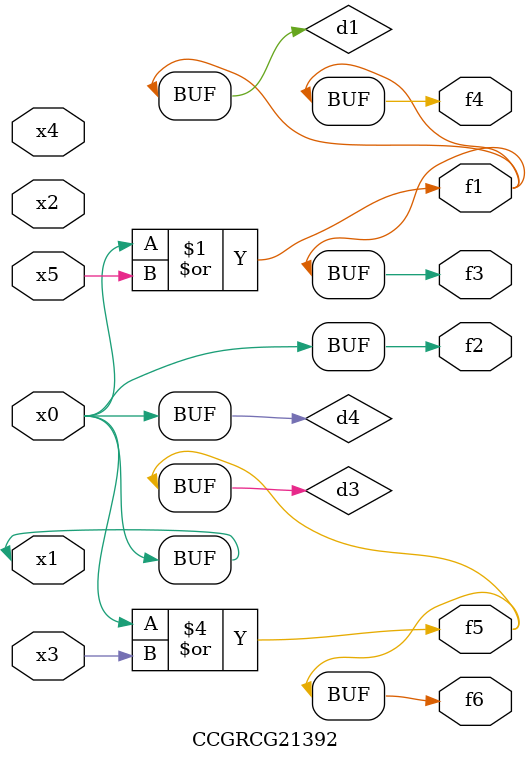
<source format=v>
module CCGRCG21392(
	input x0, x1, x2, x3, x4, x5,
	output f1, f2, f3, f4, f5, f6
);

	wire d1, d2, d3, d4;

	or (d1, x0, x5);
	xnor (d2, x1, x4);
	or (d3, x0, x3);
	buf (d4, x0, x1);
	assign f1 = d1;
	assign f2 = d4;
	assign f3 = d1;
	assign f4 = d1;
	assign f5 = d3;
	assign f6 = d3;
endmodule

</source>
